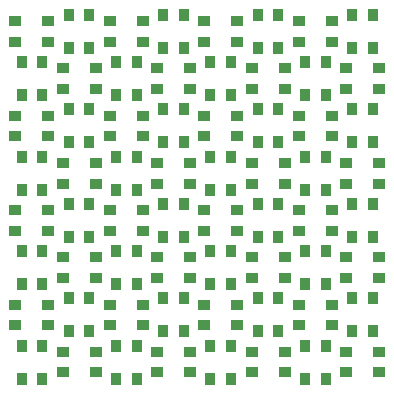
<source format=gbr>
G04 #@! TF.GenerationSoftware,KiCad,Pcbnew,5.1.9*
G04 #@! TF.CreationDate,2021-02-09T21:20:18+01:00*
G04 #@! TF.ProjectId,matrix_ws2812bmini_caps,6d617472-6978-45f7-9773-32383132626d,1*
G04 #@! TF.SameCoordinates,Original*
G04 #@! TF.FileFunction,Paste,Top*
G04 #@! TF.FilePolarity,Positive*
%FSLAX46Y46*%
G04 Gerber Fmt 4.6, Leading zero omitted, Abs format (unit mm)*
G04 Created by KiCad (PCBNEW 5.1.9) date 2021-02-09 21:20:18*
%MOMM*%
%LPD*%
G01*
G04 APERTURE LIST*
%ADD10R,1.000000X0.850000*%
%ADD11R,0.850000X1.000000*%
G04 APERTURE END LIST*
D10*
X3400000Y-2875000D03*
X3400000Y-1125000D03*
X600000Y-2875000D03*
X600000Y-1125000D03*
D11*
X5125000Y-3400000D03*
X6875000Y-3400000D03*
X5125000Y-600000D03*
X6875000Y-600000D03*
D10*
X8600000Y-1125000D03*
X8600000Y-2875000D03*
X11400000Y-1125000D03*
X11400000Y-2875000D03*
D11*
X13125000Y-3400000D03*
X14875000Y-3400000D03*
X13125000Y-600000D03*
X14875000Y-600000D03*
D10*
X16600000Y-1125000D03*
X16600000Y-2875000D03*
X19400000Y-1125000D03*
X19400000Y-2875000D03*
D11*
X22875000Y-600000D03*
X21125000Y-600000D03*
X22875000Y-3400000D03*
X21125000Y-3400000D03*
D10*
X27400000Y-2875000D03*
X27400000Y-1125000D03*
X24600000Y-2875000D03*
X24600000Y-1125000D03*
D11*
X29125000Y-3400000D03*
X30875000Y-3400000D03*
X29125000Y-600000D03*
X30875000Y-600000D03*
D10*
X31400000Y-6875000D03*
X31400000Y-5125000D03*
X28600000Y-6875000D03*
X28600000Y-5125000D03*
D11*
X25125000Y-7400000D03*
X26875000Y-7400000D03*
X25125000Y-4600000D03*
X26875000Y-4600000D03*
D10*
X23400000Y-6875000D03*
X23400000Y-5125000D03*
X20600000Y-6875000D03*
X20600000Y-5125000D03*
D11*
X17125000Y-7400000D03*
X18875000Y-7400000D03*
X17125000Y-4600000D03*
X18875000Y-4600000D03*
D10*
X15400000Y-6875000D03*
X15400000Y-5125000D03*
X12600000Y-6875000D03*
X12600000Y-5125000D03*
D11*
X9125000Y-7400000D03*
X10875000Y-7400000D03*
X9125000Y-4600000D03*
X10875000Y-4600000D03*
D10*
X7400000Y-6875000D03*
X7400000Y-5125000D03*
X4600000Y-6875000D03*
X4600000Y-5125000D03*
D11*
X1125000Y-7400000D03*
X2875000Y-7400000D03*
X1125000Y-4600000D03*
X2875000Y-4600000D03*
D10*
X600000Y-9125000D03*
X600000Y-10875000D03*
X3400000Y-9125000D03*
X3400000Y-10875000D03*
D11*
X5125000Y-11400000D03*
X6875000Y-11400000D03*
X5125000Y-8600000D03*
X6875000Y-8600000D03*
D10*
X11400000Y-10875000D03*
X11400000Y-9125000D03*
X8600000Y-10875000D03*
X8600000Y-9125000D03*
D11*
X14875000Y-8600000D03*
X13125000Y-8600000D03*
X14875000Y-11400000D03*
X13125000Y-11400000D03*
D10*
X16600000Y-9125000D03*
X16600000Y-10875000D03*
X19400000Y-9125000D03*
X19400000Y-10875000D03*
D11*
X22875000Y-8600000D03*
X21125000Y-8600000D03*
X22875000Y-11400000D03*
X21125000Y-11400000D03*
D10*
X24600000Y-9125000D03*
X24600000Y-10875000D03*
X27400000Y-9125000D03*
X27400000Y-10875000D03*
D11*
X30875000Y-8600000D03*
X29125000Y-8600000D03*
X30875000Y-11400000D03*
X29125000Y-11400000D03*
D10*
X31400000Y-14875000D03*
X31400000Y-13125000D03*
X28600000Y-14875000D03*
X28600000Y-13125000D03*
D11*
X25125000Y-15400000D03*
X26875000Y-15400000D03*
X25125000Y-12600000D03*
X26875000Y-12600000D03*
D10*
X23400000Y-14875000D03*
X23400000Y-13125000D03*
X20600000Y-14875000D03*
X20600000Y-13125000D03*
D11*
X17125000Y-15400000D03*
X18875000Y-15400000D03*
X17125000Y-12600000D03*
X18875000Y-12600000D03*
D10*
X15400000Y-14875000D03*
X15400000Y-13125000D03*
X12600000Y-14875000D03*
X12600000Y-13125000D03*
D11*
X10875000Y-12600000D03*
X9125000Y-12600000D03*
X10875000Y-15400000D03*
X9125000Y-15400000D03*
D10*
X4600000Y-13125000D03*
X4600000Y-14875000D03*
X7400000Y-13125000D03*
X7400000Y-14875000D03*
D11*
X2875000Y-12600000D03*
X1125000Y-12600000D03*
X2875000Y-15400000D03*
X1125000Y-15400000D03*
D10*
X600000Y-17125000D03*
X600000Y-18875000D03*
X3400000Y-17125000D03*
X3400000Y-18875000D03*
D11*
X6875000Y-16600000D03*
X5125000Y-16600000D03*
X6875000Y-19400000D03*
X5125000Y-19400000D03*
D10*
X8600000Y-17125000D03*
X8600000Y-18875000D03*
X11400000Y-17125000D03*
X11400000Y-18875000D03*
D11*
X14875000Y-16600000D03*
X13125000Y-16600000D03*
X14875000Y-19400000D03*
X13125000Y-19400000D03*
D10*
X16600000Y-17125000D03*
X16600000Y-18875000D03*
X19400000Y-17125000D03*
X19400000Y-18875000D03*
D11*
X22875000Y-16600000D03*
X21125000Y-16600000D03*
X22875000Y-19400000D03*
X21125000Y-19400000D03*
D10*
X24600000Y-17125000D03*
X24600000Y-18875000D03*
X27400000Y-17125000D03*
X27400000Y-18875000D03*
D11*
X29125000Y-19400000D03*
X30875000Y-19400000D03*
X29125000Y-16600000D03*
X30875000Y-16600000D03*
D10*
X31400000Y-22875000D03*
X31400000Y-21125000D03*
X28600000Y-22875000D03*
X28600000Y-21125000D03*
D11*
X25125000Y-23400000D03*
X26875000Y-23400000D03*
X25125000Y-20600000D03*
X26875000Y-20600000D03*
D10*
X23400000Y-22875000D03*
X23400000Y-21125000D03*
X20600000Y-22875000D03*
X20600000Y-21125000D03*
D11*
X17125000Y-23400000D03*
X18875000Y-23400000D03*
X17125000Y-20600000D03*
X18875000Y-20600000D03*
D10*
X15400000Y-22875000D03*
X15400000Y-21125000D03*
X12600000Y-22875000D03*
X12600000Y-21125000D03*
D11*
X9125000Y-23400000D03*
X10875000Y-23400000D03*
X9125000Y-20600000D03*
X10875000Y-20600000D03*
D10*
X7400000Y-22875000D03*
X7400000Y-21125000D03*
X4600000Y-22875000D03*
X4600000Y-21125000D03*
D11*
X1125000Y-23400000D03*
X2875000Y-23400000D03*
X1125000Y-20600000D03*
X2875000Y-20600000D03*
D10*
X3400000Y-26875000D03*
X3400000Y-25125000D03*
X600000Y-26875000D03*
X600000Y-25125000D03*
D11*
X6875000Y-24600000D03*
X5125000Y-24600000D03*
X6875000Y-27400000D03*
X5125000Y-27400000D03*
D10*
X8600000Y-25125000D03*
X8600000Y-26875000D03*
X11400000Y-25125000D03*
X11400000Y-26875000D03*
D11*
X14875000Y-24600000D03*
X13125000Y-24600000D03*
X14875000Y-27400000D03*
X13125000Y-27400000D03*
D10*
X19400000Y-26875000D03*
X19400000Y-25125000D03*
X16600000Y-26875000D03*
X16600000Y-25125000D03*
D11*
X22875000Y-24600000D03*
X21125000Y-24600000D03*
X22875000Y-27400000D03*
X21125000Y-27400000D03*
D10*
X24600000Y-25125000D03*
X24600000Y-26875000D03*
X27400000Y-25125000D03*
X27400000Y-26875000D03*
D11*
X30875000Y-24600000D03*
X29125000Y-24600000D03*
X30875000Y-27400000D03*
X29125000Y-27400000D03*
D10*
X28600000Y-29125000D03*
X28600000Y-30875000D03*
X31400000Y-29125000D03*
X31400000Y-30875000D03*
D11*
X26875000Y-28600000D03*
X25125000Y-28600000D03*
X26875000Y-31400000D03*
X25125000Y-31400000D03*
D10*
X20600000Y-29125000D03*
X20600000Y-30875000D03*
X23400000Y-29125000D03*
X23400000Y-30875000D03*
D11*
X17125000Y-31400000D03*
X18875000Y-31400000D03*
X17125000Y-28600000D03*
X18875000Y-28600000D03*
D10*
X15400000Y-30875000D03*
X15400000Y-29125000D03*
X12600000Y-30875000D03*
X12600000Y-29125000D03*
D11*
X9125000Y-31400000D03*
X10875000Y-31400000D03*
X9125000Y-28600000D03*
X10875000Y-28600000D03*
D10*
X7400000Y-30875000D03*
X7400000Y-29125000D03*
X4600000Y-30875000D03*
X4600000Y-29125000D03*
D11*
X1125000Y-31400000D03*
X2875000Y-31400000D03*
X1125000Y-28600000D03*
X2875000Y-28600000D03*
M02*

</source>
